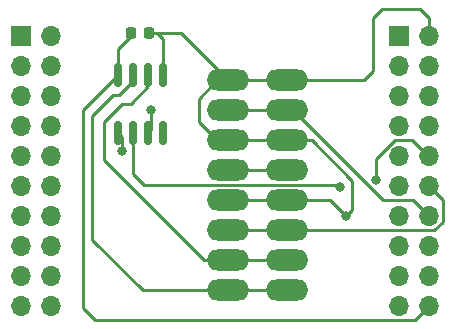
<source format=gbr>
%TF.GenerationSoftware,KiCad,Pcbnew,7.0.9*%
%TF.CreationDate,2024-01-12T22:07:47+01:00*%
%TF.ProjectId,board,626f6172-642e-46b6-9963-61645f706362,rev?*%
%TF.SameCoordinates,Original*%
%TF.FileFunction,Copper,L1,Top*%
%TF.FilePolarity,Positive*%
%FSLAX46Y46*%
G04 Gerber Fmt 4.6, Leading zero omitted, Abs format (unit mm)*
G04 Created by KiCad (PCBNEW 7.0.9) date 2024-01-12 22:07:47*
%MOMM*%
%LPD*%
G01*
G04 APERTURE LIST*
G04 Aperture macros list*
%AMRoundRect*
0 Rectangle with rounded corners*
0 $1 Rounding radius*
0 $2 $3 $4 $5 $6 $7 $8 $9 X,Y pos of 4 corners*
0 Add a 4 corners polygon primitive as box body*
4,1,4,$2,$3,$4,$5,$6,$7,$8,$9,$2,$3,0*
0 Add four circle primitives for the rounded corners*
1,1,$1+$1,$2,$3*
1,1,$1+$1,$4,$5*
1,1,$1+$1,$6,$7*
1,1,$1+$1,$8,$9*
0 Add four rect primitives between the rounded corners*
20,1,$1+$1,$2,$3,$4,$5,0*
20,1,$1+$1,$4,$5,$6,$7,0*
20,1,$1+$1,$6,$7,$8,$9,0*
20,1,$1+$1,$8,$9,$2,$3,0*%
G04 Aperture macros list end*
%TA.AperFunction,SMDPad,CuDef*%
%ADD10RoundRect,0.225000X-0.225000X-0.250000X0.225000X-0.250000X0.225000X0.250000X-0.225000X0.250000X0*%
%TD*%
%TA.AperFunction,SMDPad,CuDef*%
%ADD11RoundRect,0.150000X-0.150000X0.825000X-0.150000X-0.825000X0.150000X-0.825000X0.150000X0.825000X0*%
%TD*%
%TA.AperFunction,ComponentPad*%
%ADD12R,1.700000X1.700000*%
%TD*%
%TA.AperFunction,ComponentPad*%
%ADD13O,1.700000X1.700000*%
%TD*%
%TA.AperFunction,ComponentPad*%
%ADD14O,3.599180X1.798320*%
%TD*%
%TA.AperFunction,ViaPad*%
%ADD15C,0.800000*%
%TD*%
%TA.AperFunction,Conductor*%
%ADD16C,0.250000*%
%TD*%
G04 APERTURE END LIST*
D10*
%TO.P,C1,1*%
%TO.N,+3.3V*%
X109745000Y-97500000D03*
%TO.P,C1,2*%
%TO.N,GND*%
X111295000Y-97500000D03*
%TD*%
D11*
%TO.P,U1,1,GND*%
%TO.N,GND*%
X112500000Y-101050000D03*
%TO.P,U1,2,T-*%
%TO.N,/K_MINUS*%
X111230000Y-101050000D03*
%TO.P,U1,3,T+*%
%TO.N,/K_PLUS*%
X109960000Y-101050000D03*
%TO.P,U1,4,V_CC*%
%TO.N,+3.3V*%
X108690000Y-101050000D03*
%TO.P,U1,5,SCK*%
%TO.N,/SCK*%
X108690000Y-106000000D03*
%TO.P,U1,6,~{CS}*%
%TO.N,/CS_MAX31855*%
X109960000Y-106000000D03*
%TO.P,U1,7,SO*%
%TO.N,/MISO*%
X111230000Y-106000000D03*
%TO.P,U1,8*%
%TO.N,N/C*%
X112500000Y-106000000D03*
%TD*%
D12*
%TO.P,J1,1,Pin_1*%
%TO.N,+5V*%
X132460000Y-97740000D03*
D13*
%TO.P,J1,2,Pin_2*%
%TO.N,GND*%
X135000000Y-97740000D03*
%TO.P,J1,3,Pin_3*%
%TO.N,unconnected-(J1-Pin_3-Pad3)*%
X132460000Y-100280000D03*
%TO.P,J1,4,Pin_4*%
%TO.N,unconnected-(J1-Pin_4-Pad4)*%
X135000000Y-100280000D03*
%TO.P,J1,5,Pin_5*%
%TO.N,unconnected-(J1-Pin_5-Pad5)*%
X132460000Y-102820000D03*
%TO.P,J1,6,Pin_6*%
%TO.N,unconnected-(J1-Pin_6-Pad6)*%
X135000000Y-102820000D03*
%TO.P,J1,7,Pin_7*%
%TO.N,/SCK*%
X132460000Y-105360000D03*
%TO.P,J1,8,Pin_8*%
%TO.N,/MISO*%
X135000000Y-105360000D03*
%TO.P,J1,9,Pin_9*%
%TO.N,/MAIN_SWITCH_IN*%
X132460000Y-107900000D03*
%TO.P,J1,10,Pin_10*%
%TO.N,/CS_MAX31855*%
X135000000Y-107900000D03*
%TO.P,J1,11,Pin_11*%
%TO.N,unconnected-(J1-Pin_11-Pad11)*%
X132460000Y-110440000D03*
%TO.P,J1,12,Pin_12*%
%TO.N,/POWER_LED*%
X135000000Y-110440000D03*
%TO.P,J1,13,Pin_13*%
%TO.N,unconnected-(J1-Pin_13-Pad13)*%
X132460000Y-112980000D03*
%TO.P,J1,14,Pin_14*%
%TO.N,/SSR_OUT*%
X135000000Y-112980000D03*
%TO.P,J1,15,Pin_15*%
%TO.N,unconnected-(J1-Pin_15-Pad15)*%
X132460000Y-115520000D03*
%TO.P,J1,16,Pin_16*%
%TO.N,unconnected-(J1-Pin_16-Pad16)*%
X135000000Y-115520000D03*
%TO.P,J1,17,Pin_17*%
%TO.N,unconnected-(J1-Pin_17-Pad17)*%
X132460000Y-118060000D03*
%TO.P,J1,18,Pin_18*%
%TO.N,unconnected-(J1-Pin_18-Pad18)*%
X135000000Y-118060000D03*
%TO.P,J1,19,Pin_19*%
%TO.N,GND*%
X132460000Y-120600000D03*
%TO.P,J1,20,Pin_20*%
%TO.N,+3.3V*%
X135000000Y-120600000D03*
%TD*%
D12*
%TO.P,J2,1,Pin_1*%
%TO.N,unconnected-(J2-Pin_1-Pad1)*%
X100460000Y-97740000D03*
D13*
%TO.P,J2,2,Pin_2*%
%TO.N,unconnected-(J2-Pin_2-Pad2)*%
X103000000Y-97740000D03*
%TO.P,J2,3,Pin_3*%
%TO.N,unconnected-(J2-Pin_3-Pad3)*%
X100460000Y-100280000D03*
%TO.P,J2,4,Pin_4*%
%TO.N,unconnected-(J2-Pin_4-Pad4)*%
X103000000Y-100280000D03*
%TO.P,J2,5,Pin_5*%
%TO.N,unconnected-(J2-Pin_5-Pad5)*%
X100460000Y-102820000D03*
%TO.P,J2,6,Pin_6*%
%TO.N,unconnected-(J2-Pin_6-Pad6)*%
X103000000Y-102820000D03*
%TO.P,J2,7,Pin_7*%
%TO.N,unconnected-(J2-Pin_7-Pad7)*%
X100460000Y-105360000D03*
%TO.P,J2,8,Pin_8*%
%TO.N,unconnected-(J2-Pin_8-Pad8)*%
X103000000Y-105360000D03*
%TO.P,J2,9,Pin_9*%
%TO.N,unconnected-(J2-Pin_9-Pad9)*%
X100460000Y-107900000D03*
%TO.P,J2,10,Pin_10*%
%TO.N,unconnected-(J2-Pin_10-Pad10)*%
X103000000Y-107900000D03*
%TO.P,J2,11,Pin_11*%
%TO.N,unconnected-(J2-Pin_11-Pad11)*%
X100460000Y-110440000D03*
%TO.P,J2,12,Pin_12*%
%TO.N,unconnected-(J2-Pin_12-Pad12)*%
X103000000Y-110440000D03*
%TO.P,J2,13,Pin_13*%
%TO.N,unconnected-(J2-Pin_13-Pad13)*%
X100460000Y-112980000D03*
%TO.P,J2,14,Pin_14*%
%TO.N,unconnected-(J2-Pin_14-Pad14)*%
X103000000Y-112980000D03*
%TO.P,J2,15,Pin_15*%
%TO.N,unconnected-(J2-Pin_15-Pad15)*%
X100460000Y-115520000D03*
%TO.P,J2,16,Pin_16*%
%TO.N,unconnected-(J2-Pin_16-Pad16)*%
X103000000Y-115520000D03*
%TO.P,J2,17,Pin_17*%
%TO.N,unconnected-(J2-Pin_17-Pad17)*%
X100460000Y-118060000D03*
%TO.P,J2,18,Pin_18*%
%TO.N,unconnected-(J2-Pin_18-Pad18)*%
X103000000Y-118060000D03*
%TO.P,J2,19,Pin_19*%
%TO.N,unconnected-(J2-Pin_19-Pad19)*%
X100460000Y-120600000D03*
%TO.P,J2,20,Pin_20*%
%TO.N,unconnected-(J2-Pin_20-Pad20)*%
X103000000Y-120600000D03*
%TD*%
D14*
%TO.P,J3,a1,Pin_a1*%
%TO.N,/K_PLUS*%
X122998720Y-119280000D03*
%TO.P,J3,a2,Pin_a2*%
%TO.N,/K_MINUS*%
X122998720Y-116740000D03*
%TO.P,J3,a3,Pin_a3*%
%TO.N,/POWER_LED*%
X122998720Y-114200000D03*
%TO.P,J3,a4,Pin_a4*%
%TO.N,GND*%
X122998720Y-111660000D03*
%TO.P,J3,a5,Pin_a5*%
%TO.N,/MAIN_SWITCH_IN*%
X122998720Y-109120000D03*
%TO.P,J3,a6,Pin_a6*%
%TO.N,GND*%
X122998720Y-106580000D03*
%TO.P,J3,a7,Pin_a7*%
%TO.N,/SSR_OUT*%
X122998720Y-104040000D03*
%TO.P,J3,a8,Pin_a8*%
%TO.N,GND*%
X122998720Y-101500000D03*
%TO.P,J3,b1,Pin_b1*%
%TO.N,/K_PLUS*%
X118000000Y-119280000D03*
%TO.P,J3,b2,Pin_b2*%
%TO.N,/K_MINUS*%
X118000000Y-116740000D03*
%TO.P,J3,b3,Pin_b3*%
%TO.N,/POWER_LED*%
X118000000Y-114200000D03*
%TO.P,J3,b4,Pin_b4*%
%TO.N,GND*%
X118000000Y-111660000D03*
%TO.P,J3,b5,Pin_b5*%
%TO.N,/MAIN_SWITCH_IN*%
X118000000Y-109120000D03*
%TO.P,J3,b6,Pin_b6*%
%TO.N,GND*%
X118000000Y-106580000D03*
%TO.P,J3,b7,Pin_b7*%
%TO.N,/SSR_OUT*%
X118000000Y-104040000D03*
%TO.P,J3,b8,Pin_b8*%
%TO.N,GND*%
X118000000Y-101500000D03*
%TD*%
D15*
%TO.N,GND*%
X128000000Y-113000000D03*
%TO.N,/SCK*%
X109000000Y-107500000D03*
%TO.N,/MISO*%
X111500000Y-104000000D03*
%TO.N,/CS_MAX31855*%
X127500000Y-110500000D03*
X130512299Y-109987701D03*
%TD*%
D16*
%TO.N,+3.3V*%
X108690000Y-101050000D02*
X108690000Y-98850000D01*
X133825000Y-121775000D02*
X135000000Y-120600000D01*
X105750000Y-120750000D02*
X106775000Y-121775000D01*
X105750000Y-120750000D02*
X105750000Y-103990000D01*
X105750000Y-103990000D02*
X108690000Y-101050000D01*
X108690000Y-98850000D02*
X110040000Y-97500000D01*
X106775000Y-121775000D02*
X133825000Y-121775000D01*
%TO.N,GND*%
X112500000Y-98000000D02*
X112000000Y-97500000D01*
X112500000Y-101050000D02*
X112500000Y-98000000D01*
X122998720Y-106580000D02*
X118000000Y-106580000D01*
X128500000Y-112500000D02*
X128500000Y-110000000D01*
X118000000Y-101500000D02*
X122998720Y-101500000D01*
X115500000Y-105000000D02*
X115500000Y-103099570D01*
X118000000Y-111660000D02*
X122998720Y-111660000D01*
X117080000Y-106580000D02*
X115500000Y-105000000D01*
X126660000Y-111660000D02*
X128000000Y-113000000D01*
X128500000Y-110000000D02*
X125080000Y-106580000D01*
X131000000Y-95500000D02*
X134250000Y-95500000D01*
X114000000Y-97500000D02*
X118000000Y-101500000D01*
X112000000Y-97500000D02*
X114000000Y-97500000D01*
X122998720Y-111660000D02*
X126660000Y-111660000D01*
X117099570Y-101500000D02*
X118000000Y-101500000D01*
X134250000Y-95500000D02*
X135000000Y-96250000D01*
X125080000Y-106580000D02*
X122998720Y-106580000D01*
X129500000Y-101500000D02*
X130250000Y-100750000D01*
X128000000Y-113000000D02*
X128500000Y-112500000D01*
X130250000Y-96250000D02*
X131000000Y-95500000D01*
X118000000Y-106580000D02*
X117080000Y-106580000D01*
X115500000Y-103099570D02*
X117099570Y-101500000D01*
X135000000Y-96250000D02*
X135000000Y-97740000D01*
X111000000Y-97500000D02*
X112000000Y-97500000D01*
X122998720Y-101500000D02*
X129500000Y-101500000D01*
X130250000Y-100750000D02*
X130250000Y-96250000D01*
%TO.N,/SCK*%
X109000000Y-107500000D02*
X109000000Y-106310000D01*
X109000000Y-106310000D02*
X108690000Y-106000000D01*
%TO.N,/MISO*%
X111500000Y-105730000D02*
X111230000Y-106000000D01*
X111500000Y-104000000D02*
X111500000Y-105730000D01*
%TO.N,/MAIN_SWITCH_IN*%
X122998720Y-109120000D02*
X118000000Y-109120000D01*
%TO.N,/CS_MAX31855*%
X132163299Y-106535000D02*
X130512299Y-108186000D01*
X133535000Y-106535000D02*
X132163299Y-106535000D01*
X135000000Y-108000000D02*
X133535000Y-106535000D01*
X109960000Y-106000000D02*
X109960000Y-109460000D01*
X109960000Y-109460000D02*
X110844160Y-110344160D01*
X135000000Y-107900000D02*
X135000000Y-108000000D01*
X127344160Y-110344160D02*
X127500000Y-110500000D01*
X130512299Y-108186000D02*
X130512299Y-109987701D01*
X110844160Y-110344160D02*
X127344160Y-110344160D01*
%TO.N,/POWER_LED*%
X136175000Y-111615000D02*
X136175000Y-113466701D01*
X118000000Y-114200000D02*
X122998720Y-114200000D01*
X136175000Y-113466701D02*
X135441701Y-114200000D01*
X135441701Y-114200000D02*
X122998720Y-114200000D01*
X135000000Y-110440000D02*
X136175000Y-111615000D01*
%TO.N,/SSR_OUT*%
X118000000Y-104040000D02*
X122998720Y-104040000D01*
X133635000Y-111615000D02*
X131115000Y-111615000D01*
X131115000Y-111615000D02*
X123540000Y-104040000D01*
X123540000Y-104040000D02*
X122998720Y-104040000D01*
X135000000Y-112980000D02*
X133635000Y-111615000D01*
%TO.N,/K_MINUS*%
X109754999Y-103500000D02*
X109000000Y-103500000D01*
X107500000Y-108289590D02*
X115950410Y-116740000D01*
X107500000Y-105000000D02*
X107500000Y-108289590D01*
X118000000Y-116740000D02*
X118000000Y-117000000D01*
X115950410Y-116740000D02*
X118000000Y-116740000D01*
X109000000Y-103500000D02*
X107500000Y-105000000D01*
X118000000Y-116740000D02*
X122998720Y-116740000D01*
X111230000Y-102024999D02*
X111230000Y-101050000D01*
X111230000Y-102024999D02*
X109754999Y-103500000D01*
%TO.N,/K_PLUS*%
X108750000Y-102750000D02*
X109960000Y-101540000D01*
X106500000Y-104500000D02*
X108250000Y-102750000D01*
X122998720Y-119280000D02*
X118000000Y-119280000D01*
X118000000Y-119280000D02*
X110780000Y-119280000D01*
X106500000Y-115000000D02*
X106500000Y-104500000D01*
X108250000Y-102750000D02*
X108750000Y-102750000D01*
X110780000Y-119280000D02*
X106500000Y-115000000D01*
X109960000Y-101540000D02*
X109960000Y-101050000D01*
%TD*%
M02*

</source>
